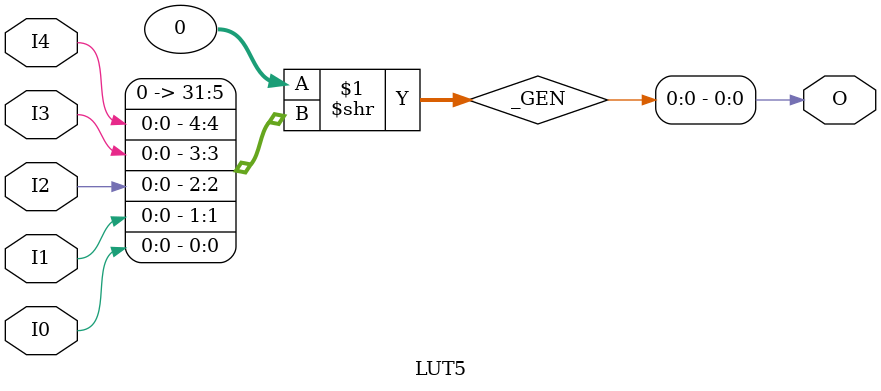
<source format=v>
module LUT5(	// file.cleaned.mlir:2:3
  input  I0,	// file.cleaned.mlir:2:22
         I1,	// file.cleaned.mlir:2:35
         I2,	// file.cleaned.mlir:2:48
         I3,	// file.cleaned.mlir:2:61
         I4,	// file.cleaned.mlir:2:74
  output O	// file.cleaned.mlir:2:88
);

  wire [31:0] _GEN = 32'h0 >> {27'h0, I4, I3, I2, I1, I0};	// file.cleaned.mlir:3:15, :4:15, :5:10, :6:10
  assign O = _GEN[0];	// file.cleaned.mlir:6:10, :7:10, :8:5
endmodule


</source>
